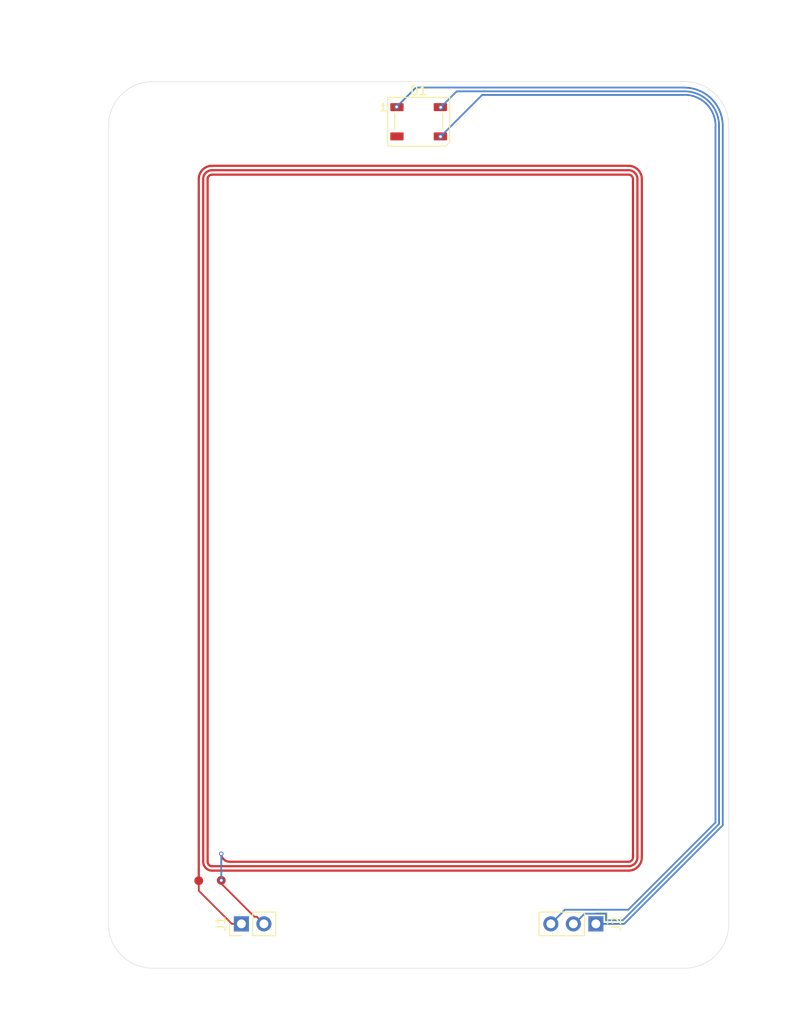
<source format=kicad_pcb>
(kicad_pcb (version 20241229) (generator "pcbnew") (generator_version "9.0")
  (layers (0 "F.Cu" signal) (2 "B.Cu" signal) (13 "F.Paste" user) (15 "B.Paste" user) (5 "F.SilkS" user "F.Silkscreen") (7 "B.SilkS" user "B.Silkscreen") (1 "F.Mask" user) (3 "B.Mask" user) (25 "Edge.Cuts" user))
  (net 0 "")
  (net 1 "Net-(J1-Pin_2)")
  (net 2 "Net-(J1-Pin_1)")
  (net 3 "Net-(D1-VDD)")
  (net 4 "Net-(D1-DIN)")
  (net 5 "Net-(D1-VSS)")
  (footprint "LED_SMD:LED_WS2812B_PLCC4_5.0x5.0mm_P3.2mm" (layer "F.Cu") (at 143.002 49.53)
    (property "Reference" "D1" (at 0 -3.5 0) (layer "F.SilkS"))
    (property "Value" "WS2812B")
    (fp_line (start -3.5 -2.75) (end -3.5 2.75) (stroke (width 0.12)) (layer "F.SilkS"))
    (fp_line (start -3.5 -2.75) (end 3.5 -2.75) (stroke (width 0.12)) (layer "F.SilkS"))
    (fp_line (start -3.5 2.75) (end 3.05 2.75) (stroke (width 0.12)) (layer "F.SilkS"))
    (fp_line (start -2.7 0.9) (end -2.7 -0.9) (stroke (width 0.12)) (layer "F.SilkS"))
    (fp_line (start 2.7 0.9) (end 2.7 -0.9) (stroke (width 0.12)) (layer "F.SilkS"))
    (fp_line (start 3.05 2.75) (end 3.5 2.3) (stroke (width 0.12)) (layer "F.SilkS"))
    (fp_line (start 3.5 2.3) (end 3.5 -2.75) (stroke (width 0.12)) (layer "F.SilkS"))
    (fp_text user "1" (at -4 -1.6 0) (layer "F.SilkS") (effects (font (size 0.8 0.8))))
    (pad "1" smd roundrect (at -2.45 -1.65) (size 1.5 0.9) (layers "F.Cu" "F.Mask" "F.Paste") (roundrect_rratio 0.1) (net 3 "Net-(D1-VDD)"))
    (pad "2" smd roundrect (at -2.45 1.65) (size 1.5 0.9) (layers "F.Cu" "F.Mask" "F.Paste") (roundrect_rratio 0.1))
    (pad "3" smd roundrect (at 2.45 1.65) (size 1.5 0.9) (layers "F.Cu" "F.Mask" "F.Paste") (roundrect_rratio 0.1) (net 5 "Net-(D1-VSS)"))
    (pad "4" smd roundrect (at 2.45 -1.65) (size 1.5 0.9) (layers "F.Cu" "F.Mask" "F.Paste") (roundrect_rratio 0.1) (net 4 "Net-(D1-DIN)"))
  )
  (footprint "MountingHole:MountingHole_4.3mm_M4" (layer "F.Cu") (at 113 50)
    (property "Reference" "REF**" (hide yes))
    (property "Value" "MountingHole_4.3mm_M4")
    (pad "" np_thru_hole circle (at 0 0) (size 4.3 4.3) (drill 4.3) (layers "*.Cu" "*.Mask"))
  )
  (footprint "MountingHole:MountingHole_4.3mm_M4" (layer "F.Cu") (at 173 50)
    (property "Reference" "REF**" (hide yes))
    (property "Value" "MountingHole_4.3mm_M4")
    (pad "" np_thru_hole circle (at 0 0) (size 4.3 4.3) (drill 4.3) (layers "*.Cu" "*.Mask"))
  )
  (footprint "Connector_PinHeader_2.54mm:PinHeader_1x02_P2.54mm_Vertical" (layer "F.Cu") (at 123 140 90)
    (property "Reference" "J1" (at 0 -2.33 90) (layer "F.SilkS"))
    (property "Value" "Jumper")
    (fp_line (start -1.33 -1.33) (end 0 -1.33) (stroke (width 0.12)) (layer "F.SilkS"))
    (fp_line (start -1.33 0) (end -1.33 -1.33) (stroke (width 0.12)) (layer "F.SilkS"))
    (fp_line (start 1.33 1.27) (end 1.33 3.87) (stroke (width 0.12)) (layer "F.SilkS"))
    (fp_line (start -1.33 1.27) (end 1.33 1.27) (stroke (width 0.12)) (layer "F.SilkS"))
    (fp_line (start -1.33 1.27) (end -1.33 3.87) (stroke (width 0.12)) (layer "F.SilkS"))
    (fp_line (start -1.33 3.87) (end 1.33 3.87) (stroke (width 0.12)) (layer "F.SilkS"))
    (pad "1" thru_hole rect (at 0 0 90) (size 1.7 1.7) (drill 1) (layers "*.Cu" "*.Mask") (net 2 "Net-(J1-Pin_1)"))
    (pad "2" thru_hole oval (at 0 2.54 90) (size 1.7 1.7) (drill 1) (layers "*.Cu" "*.Mask") (net 1 "Net-(J1-Pin_2)"))
  )
  (footprint "Connector_PinHeader_2.54mm:PinHeader_1x03_P2.54mm_Vertical" (layer "F.Cu") (at 163 140 -90)
    (property "Reference" "J2" (at 0 -2.33 90) (layer "F.SilkS"))
    (property "Value" "Conn_01x03_Pin")
    (fp_line (start -1.33 6.41) (end 1.33 6.41) (stroke (width 0.12)) (layer "F.SilkS"))
    (fp_line (start -1.33 1.27) (end -1.33 6.41) (stroke (width 0.12)) (layer "F.SilkS"))
    (fp_line (start -1.33 1.27) (end 1.33 1.27) (stroke (width 0.12)) (layer "F.SilkS"))
    (fp_line (start 1.33 1.27) (end 1.33 6.41) (stroke (width 0.12)) (layer "F.SilkS"))
    (fp_line (start -1.33 0) (end -1.33 -1.33) (stroke (width 0.12)) (layer "F.SilkS"))
    (fp_line (start -1.33 -1.33) (end 0 -1.33) (stroke (width 0.12)) (layer "F.SilkS"))
    (pad "1" thru_hole rect (at 0 0 270) (size 1.7 1.7) (drill 1) (layers "*.Cu" "*.Mask") (net 3 "Net-(D1-VDD)"))
    (pad "2" thru_hole oval (at 0 2.54 270) (size 1.7 1.7) (drill 1) (layers "*.Cu" "*.Mask") (net 4 "Net-(D1-DIN)"))
    (pad "3" thru_hole oval (at 0 5.08 270) (size 1.7 1.7) (drill 1) (layers "*.Cu" "*.Mask") (net 5 "Net-(D1-VSS)"))
  )
  (footprint "MountingHole:MountingHole_4.3mm_M4" (layer "F.Cu") (at 113 140)
    (property "Reference" "REF**" (hide yes))
    (property "Value" "MountingHole_4.3mm_M4")
    (pad "" np_thru_hole circle (at 0 0) (size 4.3 4.3) (drill 4.3) (layers "*.Cu" "*.Mask"))
  )
  (footprint "MountingHole:MountingHole_4.3mm_M4" (layer "F.Cu") (at 173 140)
    (property "Reference" "REF**" (hide yes))
    (property "Value" "MountingHole_4.3mm_M4")
    (pad "" np_thru_hole circle (at 0 0) (size 4.3 4.3) (drill 4.3) (layers "*.Cu" "*.Mask"))
  )
  (footprint "MountingHole:MountingHole_4.3mm_M4" (layer "F.Cu") (at 173 95)
    (property "Reference" "REF**" (hide yes))
    (property "Value" "MountingHole_4.3mm_M4")
    (pad "" np_thru_hole circle (at 0 0) (size 4.3 4.3) (drill 4.3) (layers "*.Cu" "*.Mask"))
  )
  (footprint "Heimdall:Anetnna_50x80" (layer "F.Cu") (at 118.1875 134.495)
    (property "Reference" "A1" (hide yes))
    (property "Value" "~")
    (fp_line (start 0 0) (end 0 -78.5) (stroke (width 0.25)) (layer "F.Cu"))
    (fp_line (start 0 0) (end 0 0.6) (stroke (width 0.25)) (layer "F.Cu"))
    (fp_line (start 0.5 -1.5) (end 0.5 -78.5) (stroke (width 0.25)) (layer "F.Cu"))
    (fp_line (start 1 -1.5) (end 1 -78.5) (stroke (width 0.25)) (layer "F.Cu"))
    (fp_line (start 1.5 -80) (end 48.5 -80) (stroke (width 0.25)) (layer "F.Cu"))
    (fp_line (start 1.5 -79.5) (end 48.5 -79.5) (stroke (width 0.25)) (layer "F.Cu"))
    (fp_line (start 1.5 -79) (end 48.5 -79) (stroke (width 0.25)) (layer "F.Cu"))
    (fp_line (start 48.5 -1.5) (end 3.5 -1.5) (stroke (width 0.25)) (layer "F.Cu"))
    (fp_line (start 48.5 -1) (end 1.5 -1) (stroke (width 0.25)) (layer "F.Cu"))
    (fp_line (start 48.5 -0.5) (end 1.5 -0.5) (stroke (width 0.25)) (layer "F.Cu"))
    (fp_line (start 49 -78.5) (end 49 -2) (stroke (width 0.25)) (layer "F.Cu"))
    (fp_line (start 49.5 -78.5) (end 49.5 -2) (stroke (width 0.25)) (layer "F.Cu"))
    (fp_line (start 50 -78.5) (end 50 -2) (stroke (width 0.25)) (layer "F.Cu"))
    (fp_arc (start 0 -78.5) (mid 0.43934 -79.56066) (end 1.5 -80) (stroke (width 0.25)) (layer "F.Cu"))
    (fp_arc (start 0.5 -78.5) (mid 0.792893 -79.207107) (end 1.5 -79.5) (stroke (width 0.25)) (layer "F.Cu"))
    (fp_arc (start 1 -78.5) (mid 1.146447 -78.853553) (end 1.5 -79) (stroke (width 0.25)) (layer "F.Cu"))
    (fp_arc (start 1.5 -1) (mid 1.146447 -1.146447) (end 1 -1.5) (stroke (width 0.25)) (layer "F.Cu"))
    (fp_arc (start 1.5 -0.5) (mid 0.792893 -0.792893) (end 0.5 -1.5) (stroke (width 0.25)) (layer "F.Cu"))
    (fp_arc (start 3.5 -1.5) (mid 2.792893 -1.792893) (end 2.5 -2.5) (stroke (width 0.25)) (layer "F.Cu"))
    (fp_arc (start 48.5 -80) (mid 49.56066 -79.56066) (end 50 -78.5) (stroke (width 0.25)) (layer "F.Cu"))
    (fp_arc (start 48.5 -79.5) (mid 49.207107 -79.207107) (end 49.5 -78.5) (stroke (width 0.25)) (layer "F.Cu"))
    (fp_arc (start 48.5 -79) (mid 48.853553 -78.853553) (end 49 -78.5) (stroke (width 0.25)) (layer "F.Cu"))
    (fp_arc (start 49 -2) (mid 48.853553 -1.646447) (end 48.5 -1.5) (stroke (width 0.25)) (layer "F.Cu"))
    (fp_arc (start 49.5 -2) (mid 49.207107 -1.292893) (end 48.5 -1) (stroke (width 0.25)) (layer "F.Cu"))
    (fp_arc (start 50 -2) (mid 49.56066 -0.93934) (end 48.5 -0.5) (stroke (width 0.25)) (layer "F.Cu"))
    (fp_line (start 2.54 -2.4) (end 2.54 0.6) (stroke (width 0.2)) (layer "B.Cu"))
    (pad "1" smd circle (at 0 0.635) (size 1 1) (layers "F.Cu") (net 2 "Net-(J1-Pin_1)"))
    (pad "2" thru_hole circle (at 2.54 -2.4) (size 0.5 0.5) (drill 0.3) (layers "*.Cu" "*.Mask") (net 1 "Net-(J1-Pin_2)"))
    (pad "2" thru_hole circle (at 2.54 0.6) (size 0.5 0.5) (drill 0.3) (layers "*.Cu" "*.Mask") (net 1 "Net-(J1-Pin_2)"))
    (pad "2" smd circle (at 2.54 0.6) (size 1 1) (layers "F.Cu") (net 1 "Net-(J1-Pin_2)"))
  )
  (footprint "MountingHole:MountingHole_4.3mm_M4" (layer "F.Cu") (at 113 95)
    (property "Reference" "REF**" (hide yes))
    (property "Value" "MountingHole_4.3mm_M4")
    (pad "" np_thru_hole circle (at 0 0) (size 4.3 4.3) (drill 4.3) (layers "*.Cu" "*.Mask"))
  )
  (gr_arc (start 173 46.491724) (mid 175.480726 47.519274) (end 176.508276 50) (stroke (width 0.2)) (layer "B.Cu") (net 5))
  (gr_arc (start 173.024869 45.682653) (mid 176.05714 46.951394) (end 177.3174 49.9872) (stroke (width 0.2)) (layer "B.Cu") (net 3))
  (gr_arc (start 173 46.099987) (mid 175.761259 47.245812) (end 176.9 50.01) (stroke (width 0.2)) (layer "B.Cu") (net 4))
  (gr_arc (start 113 145) (mid 109.464466 143.535534) (end 108 140) (stroke (width 0.05)) (layer "Edge.Cuts"))
  (gr_arc (start 108 50) (mid 109.464466 46.464466) (end 113 45) (stroke (width 0.05)) (layer "Edge.Cuts"))
  (gr_arc (start 178 140) (mid 176.535534 143.535534) (end 173 145) (stroke (width 0.05)) (layer "Edge.Cuts"))
  (gr_line (start 178 140) (end 178 50) (stroke (width 0.05)) (layer "Edge.Cuts"))
  (gr_line (start 108 50) (end 108 140) (stroke (width 0.05)) (layer "Edge.Cuts"))
  (gr_line (start 113 145) (end 173 145) (stroke (width 0.05)) (layer "Edge.Cuts"))
  (gr_arc (start 173 45) (mid 176.535534 46.464466) (end 178 50) (stroke (width 0.05)) (layer "Edge.Cuts"))
  (gr_line (start 173 45) (end 113 45) (stroke (width 0.05)) (layer "Edge.Cuts"))
  (segment (start 125.54 140) (end 124.732 139.192) (width 0.2) (layer "F.Cu") (net 1))
  (segment (start 124.732 139.192) (end 124.46 139.192) (width 0.2) (layer "F.Cu") (net 1))
  (segment (start 124.46 139.192) (end 120.7275 135.4595) (width 0.2) (layer "F.Cu") (net 1))
  (segment (start 120.7275 135.4595) (end 120.7275 135.095) (width 0.2) (layer "F.Cu") (net 1))
  (segment (start 118.1875 136.2675) (end 118.1875 135.521) (width 0.2) (layer "F.Cu") (net 2))
  (segment (start 123 140) (end 121.92 140) (width 0.2) (layer "F.Cu") (net 2))
  (segment (start 121.92 140) (end 118.1875 136.2675) (width 0.2) (layer "F.Cu") (net 2))
  (via (at 140.5128 47.8536) (size 0.6) (drill 0.3) (layers "F.Cu" "B.Cu") (net 3))
  (segment (start 177.3174 128.8796) (end 177.3174 49.9872) (width 0.2) (layer "B.Cu") (net 3))
  (segment (start 173.024869 45.682653) (end 173.011416 45.6692) (width 0.2) (layer "B.Cu") (net 3))
  (segment (start 142.6972 45.6692) (end 140.5128 47.8536) (width 0.2) (layer "B.Cu") (net 3))
  (segment (start 163 140) (end 166.197 140) (width 0.2) (layer "B.Cu") (net 3))
  (segment (start 166.197 140) (end 177.3174 128.8796) (width 0.2) (layer "B.Cu") (net 3))
  (segment (start 173.011416 45.6692) (end 142.6972 45.6692) (width 0.2) (layer "B.Cu") (net 3))
  (via (at 145.4912 47.9044) (size 0.6) (drill 0.3) (layers "F.Cu" "B.Cu") (net 4))
  (segment (start 160.5836 140) (end 161.7346 138.849) (width 0.2) (layer "B.Cu") (net 4))
  (segment (start 173 46.099987) (end 147.295613 46.099987) (width 0.2) (layer "B.Cu") (net 4))
  (segment (start 176.9 128.7299) (end 176.9 50.01) (width 0.2) (layer "B.Cu") (net 4))
  (segment (start 161.7346 138.849) (end 164.151 138.849) (width 0.2) (layer "B.Cu") (net 4))
  (segment (start 164.151 139.599) (end 166.0309 139.599) (width 0.2) (layer "B.Cu") (net 4))
  (segment (start 164.151 138.849) (end 164.151 139.599) (width 0.2) (layer "B.Cu") (net 4))
  (segment (start 160.46 140) (end 160.5836 140) (width 0.2) (layer "B.Cu") (net 4))
  (segment (start 147.295613 46.099987) (end 145.4912 47.9044) (width 0.2) (layer "B.Cu") (net 4))
  (segment (start 166.0309 139.599) (end 176.9 128.7299) (width 0.2) (layer "B.Cu") (net 4))
  (via (at 145.4658 51.2064) (size 0.6) (drill 0.3) (layers "F.Cu" "B.Cu") (net 5))
  (segment (start 176.499 128.5638) (end 176.499 50.187698) (width 0.2) (layer "B.Cu") (net 5))
  (segment (start 150.171213 46.500987) (end 145.4658 51.2064) (width 0.2) (layer "B.Cu") (net 5))
  (segment (start 172.89 46.500987) (end 150.171213 46.500987) (width 0.2) (layer "B.Cu") (net 5))
  (segment (start 166.6582 138.4046) (end 176.499 128.5638) (width 0.2) (layer "B.Cu") (net 5))
  (segment (start 176.499 50.187698) (end 176.497404 50.186164) (width 0.2) (layer "B.Cu") (net 5))
  (segment (start 176.497404 50.111387) (end 176.496017 50.11) (width 0.2) (layer "B.Cu") (net 5))
  (segment (start 157.92 140) (end 159.5154 138.4046) (width 0.2) (layer "B.Cu") (net 5))
  (segment (start 176.497404 50.186164) (end 176.497404 50.111387) (width 0.2) (layer "B.Cu") (net 5))
  (segment (start 159.5154 138.4046) (end 166.6582 138.4046) (width 0.2) (layer "B.Cu") (net 5))
)
</source>
